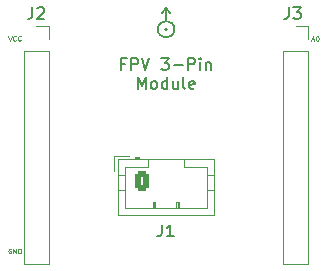
<source format=gto>
G04 #@! TF.GenerationSoftware,KiCad,Pcbnew,7.0.7*
G04 #@! TF.CreationDate,2023-10-04T17:00:23-06:00*
G04 #@! TF.ProjectId,FPV_3-Pin_Module,4650565f-332d-4506-996e-5f4d6f64756c,rev?*
G04 #@! TF.SameCoordinates,Original*
G04 #@! TF.FileFunction,Legend,Top*
G04 #@! TF.FilePolarity,Positive*
%FSLAX46Y46*%
G04 Gerber Fmt 4.6, Leading zero omitted, Abs format (unit mm)*
G04 Created by KiCad (PCBNEW 7.0.7) date 2023-10-04 17:00:23*
%MOMM*%
%LPD*%
G01*
G04 APERTURE LIST*
G04 Aperture macros list*
%AMRoundRect*
0 Rectangle with rounded corners*
0 $1 Rounding radius*
0 $2 $3 $4 $5 $6 $7 $8 $9 X,Y pos of 4 corners*
0 Add a 4 corners polygon primitive as box body*
4,1,4,$2,$3,$4,$5,$6,$7,$8,$9,$2,$3,0*
0 Add four circle primitives for the rounded corners*
1,1,$1+$1,$2,$3*
1,1,$1+$1,$4,$5*
1,1,$1+$1,$6,$7*
1,1,$1+$1,$8,$9*
0 Add four rect primitives between the rounded corners*
20,1,$1+$1,$2,$3,$4,$5,0*
20,1,$1+$1,$4,$5,$6,$7,0*
20,1,$1+$1,$6,$7,$8,$9,0*
20,1,$1+$1,$8,$9,$2,$3,0*%
G04 Aperture macros list end*
%ADD10C,0.100000*%
%ADD11C,0.150000*%
%ADD12C,0.120000*%
%ADD13RoundRect,0.250000X-0.350000X-0.625000X0.350000X-0.625000X0.350000X0.625000X-0.350000X0.625000X0*%
%ADD14O,1.200000X1.750000*%
%ADD15R,1.350000X1.350000*%
%ADD16O,1.350000X1.350000*%
G04 APERTURE END LIST*
D10*
X153904486Y-82196361D02*
X154094962Y-82196361D01*
X153866391Y-82310647D02*
X153999724Y-81910647D01*
X153999724Y-81910647D02*
X154133057Y-82310647D01*
X154342581Y-81910647D02*
X154380676Y-81910647D01*
X154380676Y-81910647D02*
X154418772Y-81929695D01*
X154418772Y-81929695D02*
X154437819Y-81948742D01*
X154437819Y-81948742D02*
X154456867Y-81986838D01*
X154456867Y-81986838D02*
X154475914Y-82063028D01*
X154475914Y-82063028D02*
X154475914Y-82158266D01*
X154475914Y-82158266D02*
X154456867Y-82234457D01*
X154456867Y-82234457D02*
X154437819Y-82272552D01*
X154437819Y-82272552D02*
X154418772Y-82291600D01*
X154418772Y-82291600D02*
X154380676Y-82310647D01*
X154380676Y-82310647D02*
X154342581Y-82310647D01*
X154342581Y-82310647D02*
X154304486Y-82291600D01*
X154304486Y-82291600D02*
X154285438Y-82272552D01*
X154285438Y-82272552D02*
X154266391Y-82234457D01*
X154266391Y-82234457D02*
X154247343Y-82158266D01*
X154247343Y-82158266D02*
X154247343Y-82063028D01*
X154247343Y-82063028D02*
X154266391Y-81986838D01*
X154266391Y-81986838D02*
X154285438Y-81948742D01*
X154285438Y-81948742D02*
X154304486Y-81929695D01*
X154304486Y-81929695D02*
X154342581Y-81910647D01*
X128445437Y-99929695D02*
X128407342Y-99910647D01*
X128407342Y-99910647D02*
X128350199Y-99910647D01*
X128350199Y-99910647D02*
X128293056Y-99929695D01*
X128293056Y-99929695D02*
X128254961Y-99967790D01*
X128254961Y-99967790D02*
X128235914Y-100005885D01*
X128235914Y-100005885D02*
X128216866Y-100082076D01*
X128216866Y-100082076D02*
X128216866Y-100139219D01*
X128216866Y-100139219D02*
X128235914Y-100215409D01*
X128235914Y-100215409D02*
X128254961Y-100253504D01*
X128254961Y-100253504D02*
X128293056Y-100291600D01*
X128293056Y-100291600D02*
X128350199Y-100310647D01*
X128350199Y-100310647D02*
X128388295Y-100310647D01*
X128388295Y-100310647D02*
X128445437Y-100291600D01*
X128445437Y-100291600D02*
X128464485Y-100272552D01*
X128464485Y-100272552D02*
X128464485Y-100139219D01*
X128464485Y-100139219D02*
X128388295Y-100139219D01*
X128635914Y-100310647D02*
X128635914Y-99910647D01*
X128635914Y-99910647D02*
X128864485Y-100310647D01*
X128864485Y-100310647D02*
X128864485Y-99910647D01*
X129054962Y-100310647D02*
X129054962Y-99910647D01*
X129054962Y-99910647D02*
X129150200Y-99910647D01*
X129150200Y-99910647D02*
X129207343Y-99929695D01*
X129207343Y-99929695D02*
X129245438Y-99967790D01*
X129245438Y-99967790D02*
X129264485Y-100005885D01*
X129264485Y-100005885D02*
X129283533Y-100082076D01*
X129283533Y-100082076D02*
X129283533Y-100139219D01*
X129283533Y-100139219D02*
X129264485Y-100215409D01*
X129264485Y-100215409D02*
X129245438Y-100253504D01*
X129245438Y-100253504D02*
X129207343Y-100291600D01*
X129207343Y-100291600D02*
X129150200Y-100310647D01*
X129150200Y-100310647D02*
X129054962Y-100310647D01*
X128216867Y-81890647D02*
X128350200Y-82290647D01*
X128350200Y-82290647D02*
X128483533Y-81890647D01*
X128845438Y-82252552D02*
X128826390Y-82271600D01*
X128826390Y-82271600D02*
X128769248Y-82290647D01*
X128769248Y-82290647D02*
X128731152Y-82290647D01*
X128731152Y-82290647D02*
X128674009Y-82271600D01*
X128674009Y-82271600D02*
X128635914Y-82233504D01*
X128635914Y-82233504D02*
X128616867Y-82195409D01*
X128616867Y-82195409D02*
X128597819Y-82119219D01*
X128597819Y-82119219D02*
X128597819Y-82062076D01*
X128597819Y-82062076D02*
X128616867Y-81985885D01*
X128616867Y-81985885D02*
X128635914Y-81947790D01*
X128635914Y-81947790D02*
X128674009Y-81909695D01*
X128674009Y-81909695D02*
X128731152Y-81890647D01*
X128731152Y-81890647D02*
X128769248Y-81890647D01*
X128769248Y-81890647D02*
X128826390Y-81909695D01*
X128826390Y-81909695D02*
X128845438Y-81928742D01*
X129245438Y-82252552D02*
X129226390Y-82271600D01*
X129226390Y-82271600D02*
X129169248Y-82290647D01*
X129169248Y-82290647D02*
X129131152Y-82290647D01*
X129131152Y-82290647D02*
X129074009Y-82271600D01*
X129074009Y-82271600D02*
X129035914Y-82233504D01*
X129035914Y-82233504D02*
X129016867Y-82195409D01*
X129016867Y-82195409D02*
X128997819Y-82119219D01*
X128997819Y-82119219D02*
X128997819Y-82062076D01*
X128997819Y-82062076D02*
X129016867Y-81985885D01*
X129016867Y-81985885D02*
X129035914Y-81947790D01*
X129035914Y-81947790D02*
X129074009Y-81909695D01*
X129074009Y-81909695D02*
X129131152Y-81890647D01*
X129131152Y-81890647D02*
X129169248Y-81890647D01*
X129169248Y-81890647D02*
X129226390Y-81909695D01*
X129226390Y-81909695D02*
X129245438Y-81928742D01*
D11*
X138110619Y-84244809D02*
X137777286Y-84244809D01*
X137777286Y-84768619D02*
X137777286Y-83768619D01*
X137777286Y-83768619D02*
X138253476Y-83768619D01*
X138634429Y-84768619D02*
X138634429Y-83768619D01*
X138634429Y-83768619D02*
X139015381Y-83768619D01*
X139015381Y-83768619D02*
X139110619Y-83816238D01*
X139110619Y-83816238D02*
X139158238Y-83863857D01*
X139158238Y-83863857D02*
X139205857Y-83959095D01*
X139205857Y-83959095D02*
X139205857Y-84101952D01*
X139205857Y-84101952D02*
X139158238Y-84197190D01*
X139158238Y-84197190D02*
X139110619Y-84244809D01*
X139110619Y-84244809D02*
X139015381Y-84292428D01*
X139015381Y-84292428D02*
X138634429Y-84292428D01*
X139491572Y-83768619D02*
X139824905Y-84768619D01*
X139824905Y-84768619D02*
X140158238Y-83768619D01*
X141158239Y-83768619D02*
X141777286Y-83768619D01*
X141777286Y-83768619D02*
X141443953Y-84149571D01*
X141443953Y-84149571D02*
X141586810Y-84149571D01*
X141586810Y-84149571D02*
X141682048Y-84197190D01*
X141682048Y-84197190D02*
X141729667Y-84244809D01*
X141729667Y-84244809D02*
X141777286Y-84340047D01*
X141777286Y-84340047D02*
X141777286Y-84578142D01*
X141777286Y-84578142D02*
X141729667Y-84673380D01*
X141729667Y-84673380D02*
X141682048Y-84721000D01*
X141682048Y-84721000D02*
X141586810Y-84768619D01*
X141586810Y-84768619D02*
X141301096Y-84768619D01*
X141301096Y-84768619D02*
X141205858Y-84721000D01*
X141205858Y-84721000D02*
X141158239Y-84673380D01*
X142205858Y-84387666D02*
X142967763Y-84387666D01*
X143443953Y-84768619D02*
X143443953Y-83768619D01*
X143443953Y-83768619D02*
X143824905Y-83768619D01*
X143824905Y-83768619D02*
X143920143Y-83816238D01*
X143920143Y-83816238D02*
X143967762Y-83863857D01*
X143967762Y-83863857D02*
X144015381Y-83959095D01*
X144015381Y-83959095D02*
X144015381Y-84101952D01*
X144015381Y-84101952D02*
X143967762Y-84197190D01*
X143967762Y-84197190D02*
X143920143Y-84244809D01*
X143920143Y-84244809D02*
X143824905Y-84292428D01*
X143824905Y-84292428D02*
X143443953Y-84292428D01*
X144443953Y-84768619D02*
X144443953Y-84101952D01*
X144443953Y-83768619D02*
X144396334Y-83816238D01*
X144396334Y-83816238D02*
X144443953Y-83863857D01*
X144443953Y-83863857D02*
X144491572Y-83816238D01*
X144491572Y-83816238D02*
X144443953Y-83768619D01*
X144443953Y-83768619D02*
X144443953Y-83863857D01*
X144920143Y-84101952D02*
X144920143Y-84768619D01*
X144920143Y-84197190D02*
X144967762Y-84149571D01*
X144967762Y-84149571D02*
X145063000Y-84101952D01*
X145063000Y-84101952D02*
X145205857Y-84101952D01*
X145205857Y-84101952D02*
X145301095Y-84149571D01*
X145301095Y-84149571D02*
X145348714Y-84244809D01*
X145348714Y-84244809D02*
X145348714Y-84768619D01*
X139182047Y-86378619D02*
X139182047Y-85378619D01*
X139182047Y-85378619D02*
X139515380Y-86092904D01*
X139515380Y-86092904D02*
X139848713Y-85378619D01*
X139848713Y-85378619D02*
X139848713Y-86378619D01*
X140467761Y-86378619D02*
X140372523Y-86331000D01*
X140372523Y-86331000D02*
X140324904Y-86283380D01*
X140324904Y-86283380D02*
X140277285Y-86188142D01*
X140277285Y-86188142D02*
X140277285Y-85902428D01*
X140277285Y-85902428D02*
X140324904Y-85807190D01*
X140324904Y-85807190D02*
X140372523Y-85759571D01*
X140372523Y-85759571D02*
X140467761Y-85711952D01*
X140467761Y-85711952D02*
X140610618Y-85711952D01*
X140610618Y-85711952D02*
X140705856Y-85759571D01*
X140705856Y-85759571D02*
X140753475Y-85807190D01*
X140753475Y-85807190D02*
X140801094Y-85902428D01*
X140801094Y-85902428D02*
X140801094Y-86188142D01*
X140801094Y-86188142D02*
X140753475Y-86283380D01*
X140753475Y-86283380D02*
X140705856Y-86331000D01*
X140705856Y-86331000D02*
X140610618Y-86378619D01*
X140610618Y-86378619D02*
X140467761Y-86378619D01*
X141658237Y-86378619D02*
X141658237Y-85378619D01*
X141658237Y-86331000D02*
X141562999Y-86378619D01*
X141562999Y-86378619D02*
X141372523Y-86378619D01*
X141372523Y-86378619D02*
X141277285Y-86331000D01*
X141277285Y-86331000D02*
X141229666Y-86283380D01*
X141229666Y-86283380D02*
X141182047Y-86188142D01*
X141182047Y-86188142D02*
X141182047Y-85902428D01*
X141182047Y-85902428D02*
X141229666Y-85807190D01*
X141229666Y-85807190D02*
X141277285Y-85759571D01*
X141277285Y-85759571D02*
X141372523Y-85711952D01*
X141372523Y-85711952D02*
X141562999Y-85711952D01*
X141562999Y-85711952D02*
X141658237Y-85759571D01*
X142562999Y-85711952D02*
X142562999Y-86378619D01*
X142134428Y-85711952D02*
X142134428Y-86235761D01*
X142134428Y-86235761D02*
X142182047Y-86331000D01*
X142182047Y-86331000D02*
X142277285Y-86378619D01*
X142277285Y-86378619D02*
X142420142Y-86378619D01*
X142420142Y-86378619D02*
X142515380Y-86331000D01*
X142515380Y-86331000D02*
X142562999Y-86283380D01*
X143182047Y-86378619D02*
X143086809Y-86331000D01*
X143086809Y-86331000D02*
X143039190Y-86235761D01*
X143039190Y-86235761D02*
X143039190Y-85378619D01*
X143943952Y-86331000D02*
X143848714Y-86378619D01*
X143848714Y-86378619D02*
X143658238Y-86378619D01*
X143658238Y-86378619D02*
X143563000Y-86331000D01*
X143563000Y-86331000D02*
X143515381Y-86235761D01*
X143515381Y-86235761D02*
X143515381Y-85854809D01*
X143515381Y-85854809D02*
X143563000Y-85759571D01*
X143563000Y-85759571D02*
X143658238Y-85711952D01*
X143658238Y-85711952D02*
X143848714Y-85711952D01*
X143848714Y-85711952D02*
X143943952Y-85759571D01*
X143943952Y-85759571D02*
X143991571Y-85854809D01*
X143991571Y-85854809D02*
X143991571Y-85950047D01*
X143991571Y-85950047D02*
X143515381Y-86045285D01*
X141206666Y-97874819D02*
X141206666Y-98589104D01*
X141206666Y-98589104D02*
X141159047Y-98731961D01*
X141159047Y-98731961D02*
X141063809Y-98827200D01*
X141063809Y-98827200D02*
X140920952Y-98874819D01*
X140920952Y-98874819D02*
X140825714Y-98874819D01*
X142206666Y-98874819D02*
X141635238Y-98874819D01*
X141920952Y-98874819D02*
X141920952Y-97874819D01*
X141920952Y-97874819D02*
X141825714Y-98017676D01*
X141825714Y-98017676D02*
X141730476Y-98112914D01*
X141730476Y-98112914D02*
X141635238Y-98160533D01*
X130246666Y-79454819D02*
X130246666Y-80169104D01*
X130246666Y-80169104D02*
X130199047Y-80311961D01*
X130199047Y-80311961D02*
X130103809Y-80407200D01*
X130103809Y-80407200D02*
X129960952Y-80454819D01*
X129960952Y-80454819D02*
X129865714Y-80454819D01*
X130675238Y-79550057D02*
X130722857Y-79502438D01*
X130722857Y-79502438D02*
X130818095Y-79454819D01*
X130818095Y-79454819D02*
X131056190Y-79454819D01*
X131056190Y-79454819D02*
X131151428Y-79502438D01*
X131151428Y-79502438D02*
X131199047Y-79550057D01*
X131199047Y-79550057D02*
X131246666Y-79645295D01*
X131246666Y-79645295D02*
X131246666Y-79740533D01*
X131246666Y-79740533D02*
X131199047Y-79883390D01*
X131199047Y-79883390D02*
X130627619Y-80454819D01*
X130627619Y-80454819D02*
X131246666Y-80454819D01*
X151966666Y-79464819D02*
X151966666Y-80179104D01*
X151966666Y-80179104D02*
X151919047Y-80321961D01*
X151919047Y-80321961D02*
X151823809Y-80417200D01*
X151823809Y-80417200D02*
X151680952Y-80464819D01*
X151680952Y-80464819D02*
X151585714Y-80464819D01*
X152347619Y-79464819D02*
X152966666Y-79464819D01*
X152966666Y-79464819D02*
X152633333Y-79845771D01*
X152633333Y-79845771D02*
X152776190Y-79845771D01*
X152776190Y-79845771D02*
X152871428Y-79893390D01*
X152871428Y-79893390D02*
X152919047Y-79941009D01*
X152919047Y-79941009D02*
X152966666Y-80036247D01*
X152966666Y-80036247D02*
X152966666Y-80274342D01*
X152966666Y-80274342D02*
X152919047Y-80369580D01*
X152919047Y-80369580D02*
X152871428Y-80417200D01*
X152871428Y-80417200D02*
X152776190Y-80464819D01*
X152776190Y-80464819D02*
X152490476Y-80464819D01*
X152490476Y-80464819D02*
X152395238Y-80417200D01*
X152395238Y-80417200D02*
X152347619Y-80369580D01*
D12*
X137190000Y-92050000D02*
X137190000Y-93300000D01*
X137490000Y-92350000D02*
X137490000Y-97070000D01*
X137490000Y-93660000D02*
X138100000Y-93660000D01*
X137490000Y-94960000D02*
X138100000Y-94960000D01*
X137490000Y-97070000D02*
X145610000Y-97070000D01*
X138100000Y-92960000D02*
X138100000Y-96460000D01*
X138100000Y-96460000D02*
X145000000Y-96460000D01*
X138440000Y-92050000D02*
X137190000Y-92050000D01*
X138950000Y-92150000D02*
X138950000Y-92350000D01*
X139250000Y-92150000D02*
X138950000Y-92150000D01*
X139250000Y-92250000D02*
X138950000Y-92250000D01*
X139250000Y-92350000D02*
X139250000Y-92150000D01*
X140050000Y-92350000D02*
X140050000Y-92960000D01*
X140050000Y-92960000D02*
X138100000Y-92960000D01*
X140450000Y-95960000D02*
X140650000Y-95960000D01*
X140450000Y-96460000D02*
X140450000Y-95960000D01*
X140550000Y-96460000D02*
X140550000Y-95960000D01*
X140650000Y-95960000D02*
X140650000Y-96460000D01*
X142450000Y-95960000D02*
X142650000Y-95960000D01*
X142450000Y-96460000D02*
X142450000Y-95960000D01*
X142550000Y-96460000D02*
X142550000Y-95960000D01*
X142650000Y-95960000D02*
X142650000Y-96460000D01*
X143050000Y-92960000D02*
X143050000Y-92350000D01*
X145000000Y-92960000D02*
X143050000Y-92960000D01*
X145000000Y-96460000D02*
X145000000Y-92960000D01*
X145610000Y-92350000D02*
X137490000Y-92350000D01*
X145610000Y-93660000D02*
X145000000Y-93660000D01*
X145610000Y-94960000D02*
X145000000Y-94960000D01*
X145610000Y-97070000D02*
X145610000Y-92350000D01*
X129513800Y-83131000D02*
X129513800Y-101191000D01*
X129513800Y-83131000D02*
X131633800Y-83131000D01*
X129513800Y-101191000D02*
X131633800Y-101191000D01*
X130573800Y-81071000D02*
X131633800Y-81071000D01*
X131633800Y-81071000D02*
X131633800Y-82131000D01*
X131633800Y-83131000D02*
X131633800Y-101191000D01*
D11*
X141570000Y-80630000D02*
X141570000Y-79530000D01*
X141570000Y-79530000D02*
X141220000Y-79930000D01*
X141570000Y-79530000D02*
X141920000Y-79930000D01*
X141649057Y-81330000D02*
G75*
G03*
X141649057Y-81330000I-79057J0D01*
G01*
X142270446Y-81330000D02*
G75*
G03*
X142270446Y-81330000I-700446J0D01*
G01*
D12*
X151500000Y-83130000D02*
X151500000Y-101190000D01*
X151500000Y-83130000D02*
X153620000Y-83130000D01*
X151500000Y-101190000D02*
X153620000Y-101190000D01*
X152560000Y-81070000D02*
X153620000Y-81070000D01*
X153620000Y-81070000D02*
X153620000Y-82130000D01*
X153620000Y-83130000D02*
X153620000Y-101190000D01*
%LPC*%
D13*
X139550000Y-94160000D03*
D14*
X141550000Y-94160000D03*
X143550000Y-94160000D03*
D15*
X130573800Y-82131000D03*
D16*
X130573800Y-84131000D03*
X130573800Y-86131000D03*
X130573800Y-88131000D03*
X130573800Y-90131000D03*
X130573800Y-92131000D03*
X130573800Y-94131000D03*
X130573800Y-96131000D03*
X130573800Y-98131000D03*
X130573800Y-100131000D03*
D15*
X152560000Y-82130000D03*
D16*
X152560000Y-84130000D03*
X152560000Y-86130000D03*
X152560000Y-88130000D03*
X152560000Y-90130000D03*
X152560000Y-92130000D03*
X152560000Y-94130000D03*
X152560000Y-96130000D03*
X152560000Y-98130000D03*
X152560000Y-100130000D03*
%LPD*%
M02*

</source>
